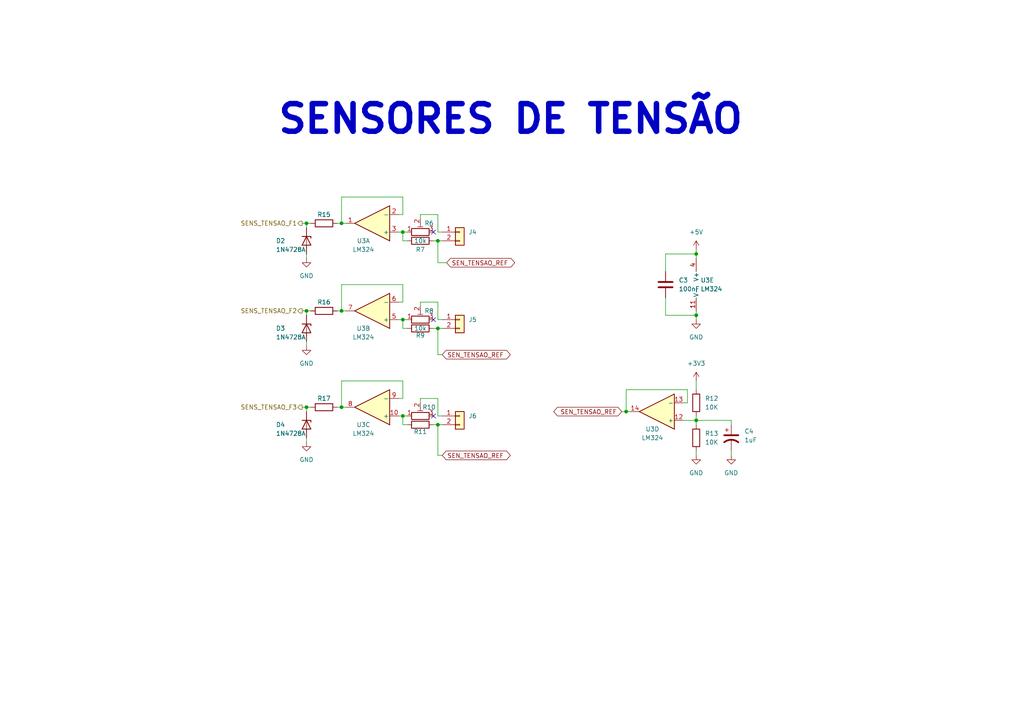
<source format=kicad_sch>
(kicad_sch (version 20211123) (generator eeschema)
  (paper "A4")
  (title_block (title "Monitoramento de potência") (date "2020-07-07") (rev "1.0") (company "Fabiana, Gustavo e Wendel"))
  (lib_symbols
    (symbol "Amplifier_Operational:LM324" (pin_names (offset 0.127))
      (property "Reference" "U" (at 0 5.08 0))
      (property "Value" "LM324" (at 0 -5.08 0))
      (symbol "LM324_1_1"
        (polyline (pts (xy -5.08 5.08) (xy 5.08 0) (xy -5.08 -5.08) (xy -5.08 5.08)) (stroke (width 0.254)) (fill (type background)))
        (pin output line (at 7.62 0 180) (length 2.54) (name "~") (number "1"))
        (pin input line (at -7.62 -2.54 0) (length 2.54) (name "-") (number "2"))
        (pin input line (at -7.62 2.54 0) (length 2.54) (name "+") (number "3"))
      )
      (symbol "LM324_2_1"
        (polyline (pts (xy -5.08 5.08) (xy 5.08 0) (xy -5.08 -5.08) (xy -5.08 5.08)) (stroke (width 0.254)) (fill (type background)))
        (pin input line (at -7.62 2.54 0) (length 2.54) (name "+") (number "5"))
        (pin input line (at -7.62 -2.54 0) (length 2.54) (name "-") (number "6"))
        (pin output line (at 7.62 0 180) (length 2.54) (name "~") (number "7"))
      )
      (symbol "LM324_3_1"
        (polyline (pts (xy -5.08 5.08) (xy 5.08 0) (xy -5.08 -5.08) (xy -5.08 5.08)) (stroke (width 0.254)) (fill (type background)))
        (pin input line (at -7.62 2.54 0) (length 2.54) (name "+") (number "10"))
        (pin output line (at 7.62 0 180) (length 2.54) (name "~") (number "8"))
        (pin input line (at -7.62 -2.54 0) (length 2.54) (name "-") (number "9"))
      )
      (symbol "LM324_4_1"
        (polyline (pts (xy -5.08 5.08) (xy 5.08 0) (xy -5.08 -5.08) (xy -5.08 5.08)) (stroke (width 0.254)) (fill (type background)))
        (pin input line (at -7.62 2.54 0) (length 2.54) (name "+") (number "12"))
        (pin input line (at -7.62 -2.54 0) (length 2.54) (name "-") (number "13"))
        (pin output line (at 7.62 0 180) (length 2.54) (name "~") (number "14"))
      )
      (symbol "LM324_5_1"
        (pin power_in line (at -2.54 -7.62 90) (length 3.81) (name "V-") (number "11"))
        (pin power_in line (at -2.54 7.62 270) (length 3.81) (name "V+") (number "4"))
      )
    )
    (symbol "Connector_Generic:Conn_01x02" (pin_names (offset 1.016) hide)
      (property "Reference" "J" (at 0 2.54 0))
      (property "Value" "Conn_01x02" (at 0 -5.08 0))
      (symbol "Conn_01x02_1_1"
        (rectangle (start -1.27 -2.413) (end 0 -2.667) (stroke (width 0.1524)))
        (rectangle (start -1.27 0.127) (end 0 -0.127) (stroke (width 0.1524)))
        (rectangle (start -1.27 1.27) (end 1.27 -3.81) (stroke (width 0.254)) (fill (type background)))
        (pin passive line (at -5.08 0 0) (length 3.81) (name "Pin_1") (number "1"))
        (pin passive line (at -5.08 -2.54 0) (length 3.81) (name "Pin_2") (number "2"))
      )
    )
    (symbol "Device:C" (pin_numbers hide) (pin_names (offset 0.254))
      (property "Reference" "C" (at 0.635 2.54 0))
      (property "Value" "C" (at 0.635 -2.54 0))
      (symbol "C_0_1"
        (polyline (pts (xy -2.032 -0.762) (xy 2.032 -0.762)) (stroke (width 0.508)))
        (polyline (pts (xy -2.032 0.762) (xy 2.032 0.762)) (stroke (width 0.508)))
      )
      (symbol "C_1_1"
        (pin passive line (at 0 3.81 270) (length 2.794) (name "~") (number "1"))
        (pin passive line (at 0 -3.81 90) (length 2.794) (name "~") (number "2"))
      )
    )
    (symbol "Device:C_Polarized_US" (pin_numbers hide) (pin_names (offset 0.254) hide)
      (property "Reference" "C" (at 0.635 2.54 0))
      (property "Value" "C_Polarized_US" (at 0.635 -2.54 0))
      (symbol "C_Polarized_US_0_1"
        (polyline (pts (xy -2.032 0.762) (xy 2.032 0.762)) (stroke (width 0.508)))
        (polyline (pts (xy -1.778 2.286) (xy -0.762 2.286)))
        (polyline (pts (xy -1.27 1.778) (xy -1.27 2.794)))
        (arc (start 2.032 -1.27) (mid 0 -0.5572) (end -2.032 -1.27) (stroke (width 0.508)))
      )
      (symbol "C_Polarized_US_1_1"
        (pin passive line (at 0 3.81 270) (length 2.794) (name "~") (number "1"))
        (pin passive line (at 0 -3.81 90) (length 3.302) (name "~") (number "2"))
      )
    )
    (symbol "Device:R" (pin_numbers hide) (pin_names (offset 0))
      (property "Reference" "R" (at 2.032 0 90))
      (property "Value" "R" (at 0 0 90))
      (symbol "R_0_1"
        (rectangle (start -1.016 -2.54) (end 1.016 2.54) (stroke (width 0.254)))
      )
      (symbol "R_1_1"
        (pin passive line (at 0 3.81 270) (length 1.27) (name "~") (number "1"))
        (pin passive line (at 0 -3.81 90) (length 1.27) (name "~") (number "2"))
      )
    )
    (symbol "Device:R_Potentiometer_Trim" (pin_names (offset 1.016) hide)
      (property "Reference" "RV" (at -4.445 0 90))
      (property "Value" "R_Potentiometer_Trim" (at -2.54 0 90))
      (symbol "R_Potentiometer_Trim_0_1"
        (polyline (pts (xy 1.524 0.762) (xy 1.524 -0.762)))
        (polyline (pts (xy 2.54 0) (xy 1.524 0)))
        (rectangle (start 1.016 2.54) (end -1.016 -2.54) (stroke (width 0.254)))
      )
      (symbol "R_Potentiometer_Trim_1_1"
        (pin passive line (at 0 3.81 270) (length 1.27) (name "1") (number "1"))
        (pin passive line (at 3.81 0 180) (length 1.27) (name "2") (number "2"))
        (pin passive line (at 0 -3.81 90) (length 1.27) (name "3") (number "3"))
      )
    )
    (symbol "Diode:1N47xxA" (pin_numbers hide) (pin_names (offset 1.016) hide)
      (property "Reference" "D" (at 0 2.54 0))
      (property "Value" "1N47xxA" (at 0 -2.54 0))
      (symbol "1N47xxA_0_1"
        (polyline (pts (xy 1.27 0) (xy -1.27 0)))
        (polyline (pts (xy -1.27 -1.27) (xy -1.27 1.27) (xy -0.762 1.27)) (stroke (width 0.254)))
        (polyline (pts (xy 1.27 -1.27) (xy 1.27 1.27) (xy -1.27 0) (xy 1.27 -1.27)) (stroke (width 0.254)))
      )
      (symbol "1N47xxA_1_1"
        (pin passive line (at -3.81 0 0) (length 2.54) (name "K") (number "1"))
        (pin passive line (at 3.81 0 180) (length 2.54) (name "A") (number "2"))
      )
    )
    (symbol "power:+3.3V" (power) (pin_names (offset 0))
      (property "Value" "+3.3V" (at 0 3.556 0))
      (symbol "+3.3V_0_1"
        (polyline (pts (xy -0.762 1.27) (xy 0 2.54)))
        (polyline (pts (xy 0 0) (xy 0 2.54)))
        (polyline (pts (xy 0 2.54) (xy 0.762 1.27)))
      )
      (symbol "+3.3V_1_1"
        (pin power_in line (at 0 0 90) (length 0) hide (name "+3V3") (number "1"))
      )
    )
    (symbol "power:+5V" (power) (pin_names (offset 0))
      (property "Value" "+5V" (at 0 3.556 0))
      (symbol "+5V_0_1"
        (polyline (pts (xy -0.762 1.27) (xy 0 2.54)))
        (polyline (pts (xy 0 0) (xy 0 2.54)))
        (polyline (pts (xy 0 2.54) (xy 0.762 1.27)))
      )
      (symbol "+5V_1_1"
        (pin power_in line (at 0 0 90) (length 0) hide (name "+5V") (number "1"))
      )
    )
    (symbol "power:GND" (power) (pin_names (offset 0))
      (property "Value" "GND" (at 0 -3.81 0))
      (symbol "GND_0_1"
        (polyline (pts (xy 0 0) (xy 0 -1.27) (xy 1.27 -1.27) (xy 0 -2.54) (xy -1.27 -1.27) (xy 0 -1.27)))
      )
      (symbol "GND_1_1"
        (pin power_in line (at 0 0 270) (length 0) hide (name "GND") (number "1"))
      )
    )
  )
  (junction (at 116.84 120.65))
  (junction (at 99.06 90.17))
  (junction (at 116.84 67.31))
  (junction (at 127 123.19))
  (junction (at 99.06 64.77))
  (junction (at 88.9 118.11))
  (junction (at 99.06 118.11))
  (junction (at 127 69.85))
  (junction (at 88.9 90.17))
  (junction (at 181.61 119.38))
  (junction (at 88.9 64.77))
  (junction (at 127 95.25))
  (junction (at 201.93 91.44))
  (junction (at 201.93 73.66))
  (junction (at 201.93 121.92))
  (junction (at 116.84 92.71))
  (no_connect (at 125.73 92.71))
  (no_connect (at 125.73 120.65))
  (no_connect (at 125.73 67.31))
  (wire (pts (xy 129.54 76.2) (xy 127 76.2)))
  (wire (pts (xy 201.93 91.44) (xy 201.93 92.71)))
  (wire (pts (xy 201.93 130.81) (xy 201.93 132.08)))
  (wire (pts (xy 118.11 95.25) (xy 116.84 95.25)))
  (wire (pts (xy 99.06 64.77) (xy 100.33 64.77)))
  (wire (pts (xy 116.84 110.49) (xy 99.06 110.49)))
  (wire (pts (xy 125.73 123.19) (xy 127 123.19)))
  (wire (pts (xy 99.06 82.55) (xy 99.06 90.17)))
  (wire (pts (xy 88.9 118.11) (xy 88.9 119.38)))
  (wire (pts (xy 128.27 120.65) (xy 127 120.65)))
  (wire (pts (xy 127 92.71) (xy 127 87.63)))
  (wire (pts (xy 198.12 116.84) (xy 199.39 116.84)))
  (wire (pts (xy 201.93 72.39) (xy 201.93 73.66)))
  (wire (pts (xy 128.27 92.71) (xy 127 92.71)))
  (wire (pts (xy 97.79 118.11) (xy 99.06 118.11)))
  (wire (pts (xy 193.04 73.66) (xy 201.93 73.66)))
  (wire (pts (xy 121.92 115.57) (xy 121.92 116.84)))
  (wire (pts (xy 99.06 57.15) (xy 99.06 64.77)))
  (wire (pts (xy 115.57 67.31) (xy 116.84 67.31)))
  (wire (pts (xy 199.39 116.84) (xy 199.39 113.03)))
  (wire (pts (xy 201.93 121.92) (xy 201.93 123.19)))
  (wire (pts (xy 127 132.08) (xy 127 123.19)))
  (wire (pts (xy 181.61 113.03) (xy 181.61 119.38)))
  (wire (pts (xy 99.06 90.17) (xy 100.33 90.17)))
  (wire (pts (xy 88.9 90.17) (xy 90.17 90.17)))
  (wire (pts (xy 193.04 86.36) (xy 193.04 91.44)))
  (wire (pts (xy 116.84 120.65) (xy 116.84 123.19)))
  (wire (pts (xy 212.09 123.19) (xy 212.09 121.92)))
  (wire (pts (xy 116.84 87.63) (xy 116.84 82.55)))
  (wire (pts (xy 128.27 67.31) (xy 127 67.31)))
  (wire (pts (xy 88.9 99.06) (xy 88.9 100.33)))
  (wire (pts (xy 116.84 115.57) (xy 116.84 110.49)))
  (wire (pts (xy 212.09 130.81) (xy 212.09 132.08)))
  (wire (pts (xy 127 115.57) (xy 121.92 115.57)))
  (wire (pts (xy 116.84 82.55) (xy 99.06 82.55)))
  (wire (pts (xy 99.06 110.49) (xy 99.06 118.11)))
  (wire (pts (xy 116.84 62.23) (xy 116.84 57.15)))
  (wire (pts (xy 116.84 67.31) (xy 116.84 69.85)))
  (wire (pts (xy 115.57 87.63) (xy 116.84 87.63)))
  (wire (pts (xy 127 76.2) (xy 127 69.85)))
  (wire (pts (xy 127 62.23) (xy 121.92 62.23)))
  (wire (pts (xy 128.27 102.87) (xy 127 102.87)))
  (wire (pts (xy 99.06 118.11) (xy 100.33 118.11)))
  (wire (pts (xy 180.34 119.38) (xy 181.61 119.38)))
  (wire (pts (xy 193.04 91.44) (xy 201.93 91.44)))
  (wire (pts (xy 201.93 120.65) (xy 201.93 121.92)))
  (wire (pts (xy 97.79 64.77) (xy 99.06 64.77)))
  (wire (pts (xy 125.73 95.25) (xy 127 95.25)))
  (wire (pts (xy 115.57 62.23) (xy 116.84 62.23)))
  (wire (pts (xy 87.63 64.77) (xy 88.9 64.77)))
  (wire (pts (xy 115.57 92.71) (xy 116.84 92.71)))
  (wire (pts (xy 201.93 110.49) (xy 201.93 113.03)))
  (wire (pts (xy 201.93 90.17) (xy 201.93 91.44)))
  (wire (pts (xy 116.84 92.71) (xy 118.11 92.71)))
  (wire (pts (xy 127 123.19) (xy 128.27 123.19)))
  (wire (pts (xy 127 102.87) (xy 127 95.25)))
  (wire (pts (xy 181.61 119.38) (xy 182.88 119.38)))
  (wire (pts (xy 127 69.85) (xy 128.27 69.85)))
  (wire (pts (xy 116.84 67.31) (xy 118.11 67.31)))
  (wire (pts (xy 88.9 90.17) (xy 88.9 91.44)))
  (wire (pts (xy 97.79 90.17) (xy 99.06 90.17)))
  (wire (pts (xy 199.39 113.03) (xy 181.61 113.03)))
  (wire (pts (xy 127 67.31) (xy 127 62.23)))
  (wire (pts (xy 198.12 121.92) (xy 201.93 121.92)))
  (wire (pts (xy 116.84 120.65) (xy 118.11 120.65)))
  (wire (pts (xy 115.57 120.65) (xy 116.84 120.65)))
  (wire (pts (xy 115.57 115.57) (xy 116.84 115.57)))
  (wire (pts (xy 121.92 62.23) (xy 121.92 63.5)))
  (wire (pts (xy 193.04 78.74) (xy 193.04 73.66)))
  (wire (pts (xy 87.63 90.17) (xy 88.9 90.17)))
  (wire (pts (xy 88.9 127) (xy 88.9 128.27)))
  (wire (pts (xy 201.93 73.66) (xy 201.93 74.93)))
  (wire (pts (xy 127 87.63) (xy 121.92 87.63)))
  (wire (pts (xy 128.27 132.08) (xy 127 132.08)))
  (wire (pts (xy 201.93 121.92) (xy 212.09 121.92)))
  (wire (pts (xy 121.92 87.63) (xy 121.92 88.9)))
  (wire (pts (xy 88.9 64.77) (xy 90.17 64.77)))
  (wire (pts (xy 88.9 118.11) (xy 90.17 118.11)))
  (wire (pts (xy 125.73 69.85) (xy 127 69.85)))
  (wire (pts (xy 127 120.65) (xy 127 115.57)))
  (wire (pts (xy 116.84 57.15) (xy 99.06 57.15)))
  (wire (pts (xy 118.11 123.19) (xy 116.84 123.19)))
  (wire (pts (xy 118.11 69.85) (xy 116.84 69.85)))
  (wire (pts (xy 127 95.25) (xy 128.27 95.25)))
  (wire (pts (xy 88.9 73.66) (xy 88.9 74.93)))
  (wire (pts (xy 88.9 64.77) (xy 88.9 66.04)))
  (wire (pts (xy 116.84 95.25) (xy 116.84 92.71)))
  (wire (pts (xy 87.63 118.11) (xy 88.9 118.11)))
  (text "SENSORES DE TENSÃO" (at 80.01 39.37 0) (effects (font (size 8 8) (thickness 1.6) bold) (justify left bottom)))
  (global_label "SEN_TENSAO_REF" (shape bidirectional) (at 180.34 119.38 180) (property "Intersheet References" "${INTERSHEET_REFS}" (effects hide)))
  (global_label "SEN_TENSAO_REF" (shape bidirectional) (at 128.27 132.08 0) (property "Intersheet References" "${INTERSHEET_REFS}" (effects hide)))
  (global_label "SEN_TENSAO_REF" (shape bidirectional) (at 129.54 76.2 0) (property "Intersheet References" "${INTERSHEET_REFS}" (effects hide)))
  (global_label "SEN_TENSAO_REF" (shape bidirectional) (at 128.27 102.87 0) (property "Intersheet References" "${INTERSHEET_REFS}" (effects hide)))
  (hierarchical_label "SENS_TENSAO_F3" (shape output) (at 87.63 118.11 180))
  (hierarchical_label "SENS_TENSAO_F2" (shape output) (at 87.63 90.17 180))
  (hierarchical_label "SENS_TENSAO_F1" (shape output) (at 87.63 64.77 180))
  (symbol (lib_id "Device:R_Potentiometer_Trim") (at 121.92 67.31 90) (unit 1)
    (property "Reference" "R6" (at 124.46 64.77 90))
  )
  (symbol (lib_id "Amplifier_Operational:LM324") (at 107.95 118.11 180) (unit 3)
    (property "Reference" "U3" (at 105.41 123.19 0))
    (property "Value" "LM324" (at 105.41 125.73 0))
    (property "Footprint" "Package_DIP:DIP-14_W7.62mm" (effects hide))
    (property "Datasheet" "http://www.ti.com/lit/ds/symlink/lm2902-n.pdf" (effects hide))
  )
  (symbol (lib_id "Diode:1N47xxA") (at 88.9 95.25 270) (unit 1)
    (property "Reference" "D3" (at 80.01 95.25 90) (effects (justify left)))
    (property "Value" "1N4728A" (at 80.01 97.79 90) (effects (justify left)))
    (property "Footprint" "Diode_THT:D_DO-41_SOD81_P10.16mm_Horizontal" (effects hide))
    (property "Datasheet" "https://www.vishay.com/docs/85816/1n4728a.pdf" (effects hide))
  )
  (symbol (lib_id "Device:R") (at 121.92 123.19 270) (unit 1)
    (property "Reference" "R11" (at 121.92 125.222 90))
  )
  (symbol (lib_id "power:+3.3V") (at 201.93 110.49 0) (unit 1)
    (property "Reference" "#PWR08" (effects hide))
    (property "Value" "+3.3V" (at 201.93 105.41 0))
  )
  (symbol (lib_id "power:GND") (at 201.93 132.08 0) (unit 1)
    (property "Reference" "#PWR09" (effects hide))
    (property "Value" "GND" (at 201.93 137.16 0))
  )
  (symbol (lib_id "power:GND") (at 88.9 100.33 0) (unit 1)
    (property "Reference" "#PWR021" (effects hide))
    (property "Value" "GND" (at 88.9 105.41 0))
  )
  (symbol (lib_id "Device:R") (at 93.98 90.17 90) (unit 1)
    (property "Reference" "R16" (at 93.98 87.63 90))
  )
  (symbol (lib_id "Amplifier_Operational:LM324") (at 107.95 90.17 180) (unit 2)
    (property "Reference" "U3" (at 105.41 95.25 0))
    (property "Value" "LM324" (at 105.41 97.79 0))
    (property "Footprint" "Package_DIP:DIP-14_W7.62mm" (effects hide))
    (property "Datasheet" "http://www.ti.com/lit/ds/symlink/lm2902-n.pdf" (effects hide))
  )
  (symbol (lib_id "Device:C_Polarized_US") (at 212.09 127 0) (unit 1)
    (property "Reference" "C4" (at 215.9 125.0949 0) (effects (justify left)))
    (property "Value" "1uF" (at 215.9 127.6349 0) (effects (justify left)))
    (property "Footprint" "Capacitor_THT:CP_Radial_D6.3mm_P2.50mm" (effects hide))
  )
  (symbol (lib_id "Amplifier_Operational:LM324") (at 204.47 82.55 0) (unit 5)
    (property "Reference" "U3" (at 203.2 81.2799 0) (effects (justify left)))
    (property "Value" "LM324" (at 203.2 83.8199 0) (effects (justify left)))
    (property "Footprint" "Package_DIP:DIP-14_W7.62mm" (effects hide))
    (property "Datasheet" "http://www.ti.com/lit/ds/symlink/lm2902-n.pdf" (effects hide))
  )
  (symbol (lib_id "Amplifier_Operational:LM324") (at 107.95 64.77 180) (unit 1)
    (property "Reference" "U3" (at 105.41 69.85 0))
    (property "Value" "LM324" (at 105.41 72.39 0))
    (property "Footprint" "Package_DIP:DIP-14_W7.62mm" (effects hide))
    (property "Datasheet" "http://www.ti.com/lit/ds/symlink/lm2902-n.pdf" (effects hide))
  )
  (symbol (lib_id "power:GND") (at 88.9 128.27 0) (unit 1)
    (property "Reference" "#PWR022" (effects hide))
    (property "Value" "GND" (at 88.9 133.35 0))
  )
  (symbol (lib_id "power:+5V") (at 201.93 72.39 0) (unit 1)
    (property "Reference" "#PWR06" (effects hide))
    (property "Value" "+5V" (at 201.93 67.31 0))
  )
  (symbol (lib_id "Device:R") (at 93.98 118.11 90) (unit 1)
    (property "Reference" "R17" (at 93.98 115.57 90))
  )
  (symbol (lib_id "Connector_Generic:Conn_01x02") (at 133.35 67.31 0) (unit 1)
    (property "Reference" "J4" (at 135.89 67.3099 0) (effects (justify left)))
    (property "Value" "Conn_01x02" (effects hide))
    (property "Footprint" "TerminalBlock:TerminalBlock_bornier-2_P5.08mm" (effects hide))
  )
  (symbol (lib_id "Diode:1N47xxA") (at 88.9 123.19 270) (unit 1)
    (property "Reference" "D4" (at 80.01 123.19 90) (effects (justify left)))
    (property "Value" "1N4728A" (at 80.01 125.73 90) (effects (justify left)))
    (property "Footprint" "Diode_THT:D_DO-41_SOD81_P10.16mm_Horizontal" (effects hide))
    (property "Datasheet" "https://www.vishay.com/docs/85816/1n4728a.pdf" (effects hide))
  )
  (symbol (lib_id "Device:R") (at 121.92 69.85 270) (unit 1)
    (property "Reference" "R7" (at 121.92 72.39 90))
    (property "Value" "10k" (at 121.92 69.85 90))
    (property "Footprint" "Resistor_THT:R_Axial_DIN0207_L6.3mm_D2.5mm_P10.16mm_Horizontal" (effects hide))
  )
  (symbol (lib_id "Device:R") (at 121.92 95.25 270) (unit 1)
    (property "Reference" "R9" (at 121.92 97.282 90))
    (property "Value" "10k" (at 121.92 95.25 90))
    (property "Footprint" "Resistor_THT:R_Axial_DIN0207_L6.3mm_D2.5mm_P10.16mm_Horizontal" (effects hide))
  )
  (symbol (lib_id "Device:R") (at 201.93 127 0) (unit 1)
    (property "Reference" "R13" (at 204.47 125.7299 0) (effects (justify left)))
    (property "Value" "10K" (at 204.47 128.2699 0) (effects (justify left)))
    (property "Footprint" "Resistor_THT:R_Axial_DIN0207_L6.3mm_D2.5mm_P10.16mm_Horizontal" (effects hide))
  )
  (symbol (lib_id "Device:C") (at 193.04 82.55 0) (unit 1)
    (property "Reference" "C3" (at 196.85 81.2799 0) (effects (justify left)))
    (property "Value" "100nF" (at 196.85 83.8199 0) (effects (justify left)))
    (property "Footprint" "Capacitor_THT:C_Rect_L7.0mm_W2.0mm_P5.00mm" (effects hide))
  )
  (symbol (lib_id "Device:R") (at 201.93 116.84 0) (unit 1)
    (property "Reference" "R12" (at 204.47 115.5699 0) (effects (justify left)))
    (property "Value" "10K" (at 204.47 118.1099 0) (effects (justify left)))
    (property "Footprint" "Resistor_THT:R_Axial_DIN0207_L6.3mm_D2.5mm_P10.16mm_Horizontal" (effects hide))
  )
  (symbol (lib_id "power:GND") (at 88.9 74.93 0) (unit 1)
    (property "Reference" "#PWR020" (effects hide))
    (property "Value" "GND" (at 88.9 80.01 0))
  )
  (symbol (lib_id "power:GND") (at 212.09 132.08 0) (unit 1)
    (property "Reference" "#PWR010" (effects hide))
    (property "Value" "GND" (at 212.09 137.16 0))
  )
  (symbol (lib_id "Connector_Generic:Conn_01x02") (at 133.35 120.65 0) (unit 1)
    (property "Reference" "J6" (at 135.89 120.6499 0) (effects (justify left)))
    (property "Value" "Conn_01x02" (effects hide))
    (property "Footprint" "TerminalBlock:TerminalBlock_bornier-2_P5.08mm" (effects hide))
  )
  (symbol (lib_id "Device:R_Potentiometer_Trim") (at 121.92 92.71 90) (unit 1)
    (property "Reference" "R8" (at 124.46 90.17 90))
  )
  (symbol (lib_id "Device:R_Potentiometer_Trim") (at 121.92 120.65 90) (unit 1)
    (property "Reference" "R10" (at 124.46 118.11 90))
  )
  (symbol (lib_id "Amplifier_Operational:LM324") (at 190.5 119.38 180) (unit 4)
    (property "Reference" "U3" (at 189.23 124.46 0))
    (property "Value" "LM324" (at 189.23 127 0))
    (property "Footprint" "Package_DIP:DIP-14_W7.62mm" (effects hide))
    (property "Datasheet" "http://www.ti.com/lit/ds/symlink/lm2902-n.pdf" (effects hide))
  )
  (symbol (lib_id "Diode:1N47xxA") (at 88.9 69.85 270) (unit 1)
    (property "Reference" "D2" (at 80.01 69.85 90) (effects (justify left)))
    (property "Value" "1N4728A" (at 80.01 72.39 90) (effects (justify left)))
    (property "Footprint" "Diode_THT:D_DO-41_SOD81_P10.16mm_Horizontal" (effects hide))
    (property "Datasheet" "https://www.vishay.com/docs/85816/1n4728a.pdf" (effects hide))
  )
  (symbol (lib_id "power:GND") (at 201.93 92.71 0) (unit 1)
    (property "Reference" "#PWR07" (effects hide))
    (property "Value" "GND" (at 201.93 97.79 0))
  )
  (symbol (lib_id "Device:R") (at 93.98 64.77 90) (unit 1)
    (property "Reference" "R15" (at 93.98 62.23 90))
  )
  (symbol (lib_id "Connector_Generic:Conn_01x02") (at 133.35 92.71 0) (unit 1)
    (property "Reference" "J5" (at 135.89 92.7099 0) (effects (justify left)))
    (property "Value" "Conn_01x02" (effects hide))
    (property "Footprint" "TerminalBlock:TerminalBlock_bornier-2_P5.08mm" (effects hide))
  )
)
</source>
